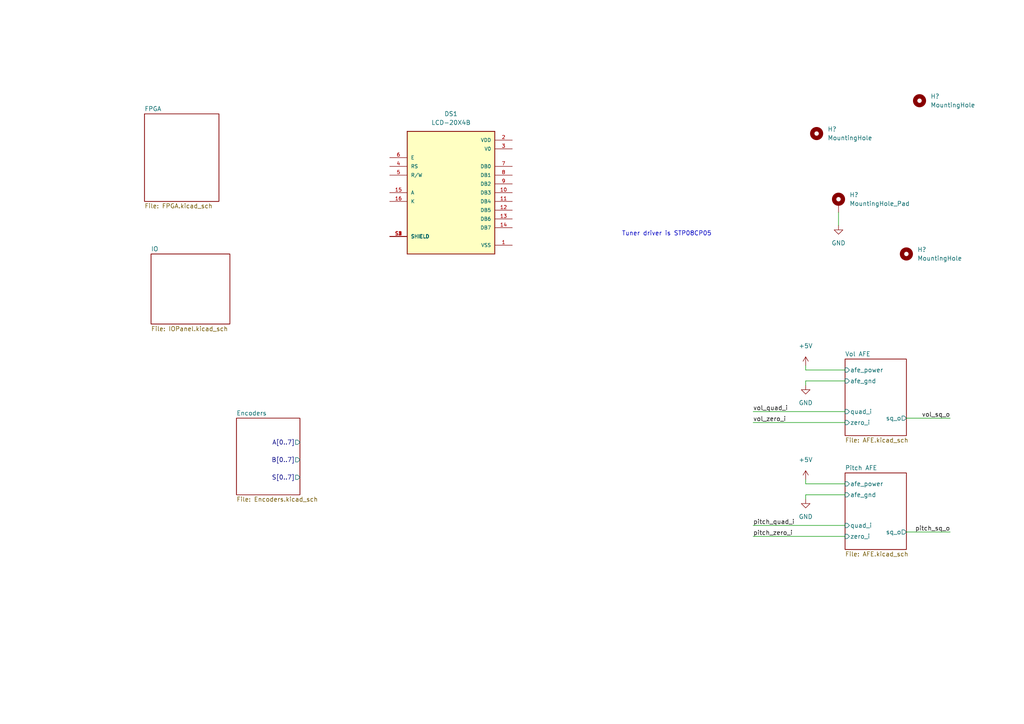
<source format=kicad_sch>
(kicad_sch (version 20211123) (generator eeschema)
  (paper "A4")
  (lib_symbols
    (symbol "LCD-20X4B:LCD-20X4B" (pin_names (offset 1.016))
      (property "Reference" "DS" (at -12.7 19.05 0))
      (property "Value" "LCD-20X4B" (at -12.7 -20.32 0))
      (symbol "LCD-20X4B_0_0"
        (rectangle (start -12.7 -17.78) (end 12.7 17.78) (stroke (width 0.254)) (fill (type background)))
        (pin power_in line (at 17.78 -15.24 180) (length 5.08) (name "VSS") (number "1"))
        (pin bidirectional line (at 17.78 0 180) (length 5.08) (name "DB3") (number "10"))
        (pin bidirectional line (at 17.78 -2.54 180) (length 5.08) (name "DB4") (number "11"))
        (pin bidirectional line (at 17.78 -5.08 180) (length 5.08) (name "DB5") (number "12"))
        (pin bidirectional line (at 17.78 -7.62 180) (length 5.08) (name "DB6") (number "13"))
        (pin bidirectional line (at 17.78 -10.16 180) (length 5.08) (name "DB7") (number "14"))
        (pin passive line (at -17.78 0 0) (length 5.08) (name "A") (number "15"))
        (pin passive line (at -17.78 -2.54 0) (length 5.08) (name "K") (number "16"))
        (pin power_in line (at 17.78 15.24 180) (length 5.08) (name "VDD") (number "2"))
        (pin power_in line (at 17.78 12.7 180) (length 5.08) (name "V0") (number "3"))
        (pin input line (at -17.78 7.62 0) (length 5.08) (name "RS") (number "4"))
        (pin input line (at -17.78 5.08 0) (length 5.08) (name "R/W") (number "5"))
        (pin input line (at -17.78 10.16 0) (length 5.08) (name "E") (number "6"))
        (pin bidirectional line (at 17.78 7.62 180) (length 5.08) (name "DB0") (number "7"))
        (pin bidirectional line (at 17.78 5.08 180) (length 5.08) (name "DB1") (number "8"))
        (pin bidirectional line (at 17.78 2.54 180) (length 5.08) (name "DB2") (number "9"))
        (pin passive line (at -17.78 -12.7 0) (length 5.08) (name "SHIELD") (number "S1"))
        (pin passive line (at -17.78 -12.7 0) (length 5.08) (name "SHIELD") (number "S2"))
        (pin passive line (at -17.78 -12.7 0) (length 5.08) (name "SHIELD") (number "S3"))
        (pin passive line (at -17.78 -12.7 0) (length 5.08) (name "SHIELD") (number "S4"))
      )
    )
    (symbol "Mechanical:MountingHole" (pin_names (offset 1.016))
      (property "Reference" "H" (at 0 5.08 0))
      (property "Value" "MountingHole" (at 0 3.175 0))
      (symbol "MountingHole_0_1"
        (circle (center 0 0) (radius 1.27) (stroke (width 1.27)))
      )
    )
    (symbol "Mechanical:MountingHole_Pad" (pin_numbers hide) (pin_names (offset 1.016) hide)
      (property "Reference" "H" (at 0 6.35 0))
      (property "Value" "MountingHole_Pad" (at 0 4.445 0))
      (symbol "MountingHole_Pad_0_1"
        (circle (center 0 1.27) (radius 1.27) (stroke (width 1.27)))
      )
      (symbol "MountingHole_Pad_1_1"
        (pin input line (at 0 -2.54 90) (length 2.54) (name "1") (number "1"))
      )
    )
    (symbol "power:+5V" (power) (pin_names (offset 0))
      (property "Value" "+5V" (at 0 3.556 0))
      (symbol "+5V_0_1"
        (polyline (pts (xy -0.762 1.27) (xy 0 2.54)))
        (polyline (pts (xy 0 0) (xy 0 2.54)))
        (polyline (pts (xy 0 2.54) (xy 0.762 1.27)))
      )
      (symbol "+5V_1_1"
        (pin power_in line (at 0 0 90) (length 0) hide (name "+5V") (number "1"))
      )
    )
    (symbol "power:GND" (power) (pin_names (offset 0))
      (property "Value" "GND" (at 0 -3.81 0))
      (symbol "GND_0_1"
        (polyline (pts (xy 0 0) (xy 0 -1.27) (xy 1.27 -1.27) (xy 0 -2.54) (xy -1.27 -1.27) (xy 0 -1.27)))
      )
      (symbol "GND_1_1"
        (pin power_in line (at 0 0 270) (length 0) hide (name "GND") (number "1"))
      )
    )
  )
  (wire (pts (xy 233.68 107.315) (xy 245.11 107.315)))
  (wire (pts (xy 233.68 111.76) (xy 233.68 110.49)))
  (wire (pts (xy 218.44 122.555) (xy 245.11 122.555)))
  (wire (pts (xy 243.205 61.595) (xy 243.205 65.405)))
  (wire (pts (xy 233.68 144.78) (xy 233.68 143.51)))
  (wire (pts (xy 262.89 154.305) (xy 275.59 154.305)))
  (wire (pts (xy 233.68 110.49) (xy 245.11 110.49)))
  (wire (pts (xy 218.44 155.575) (xy 245.11 155.575)))
  (wire (pts (xy 218.44 152.4) (xy 245.11 152.4)))
  (wire (pts (xy 233.68 106.045) (xy 233.68 107.315)))
  (wire (pts (xy 233.68 143.51) (xy 245.11 143.51)))
  (wire (pts (xy 233.68 139.065) (xy 233.68 140.335)))
  (wire (pts (xy 233.68 140.335) (xy 245.11 140.335)))
  (wire (pts (xy 262.89 121.285) (xy 275.59 121.285)))
  (wire (pts (xy 218.44 119.38) (xy 245.11 119.38)))
  (text "Tuner driver is STP08CP05" (at 180.34 68.58 0) (effects (font (size 1.27 1.27)) (justify left bottom)))
  (label "pitch_sq_o" (at 275.59 154.305 180))
  (label "vol_zero_i" (at 218.44 122.555 0))
  (label "vol_quad_i" (at 218.44 119.38 0))
  (label "pitch_zero_i" (at 218.44 155.575 0))
  (label "pitch_quad_i" (at 218.44 152.4 0))
  (label "vol_sq_o" (at 275.59 121.285 180))
  (symbol (lib_id "power:GND") (at 233.68 144.78 0) (unit 1)
    (property "Reference" "#PWR?" (effects hide))
    (property "Value" "GND" (at 233.68 149.86 0))
  )
  (symbol (lib_id "power:+5V") (at 233.68 106.045 0) (unit 1)
    (property "Reference" "#PWR?" (effects hide))
    (property "Value" "+5V" (at 233.68 100.33 0))
  )
  (symbol (lib_id "Mechanical:MountingHole") (at 262.89 73.66 0) (unit 1)
    (property "Reference" "H?" (at 266.065 72.3899 0) (effects (justify left)))
    (property "Value" "MountingHole" (at 266.065 74.9299 0) (effects (justify left)))
  )
  (symbol (lib_id "power:GND") (at 243.205 65.405 0) (unit 1)
    (property "Reference" "#PWR?" (effects hide))
    (property "Value" "GND" (at 243.205 70.485 0))
  )
  (symbol (lib_id "power:+5V") (at 233.68 139.065 0) (unit 1)
    (property "Reference" "#PWR?" (effects hide))
    (property "Value" "+5V" (at 233.68 133.35 0))
  )
  (symbol (lib_id "LCD-20X4B:LCD-20X4B") (at 130.81 55.88 0) (unit 1)
    (property "Reference" "DS1" (at 130.81 33.02 0))
    (property "Value" "LCD-20X4B" (at 130.81 35.56 0))
    (property "Footprint" "footprints:ERM2004-1" (effects hide))
    (property "PARTREV" "N/A" (effects hide))
    (property "STANDARD" "Manufacturer Recommendations" (effects hide))
    (property "MAXIMUM_PACKAGE_HEIGHT" "14 mm" (effects hide))
    (property "MANUFACTURER" "Gravitech" (effects hide))
  )
  (symbol (lib_id "Mechanical:MountingHole") (at 236.855 38.735 0) (unit 1)
    (property "Reference" "H?" (at 240.03 37.4649 0) (effects (justify left)))
    (property "Value" "MountingHole" (at 240.03 40.0049 0) (effects (justify left)))
  )
  (symbol (lib_id "power:GND") (at 233.68 111.76 0) (unit 1)
    (property "Reference" "#PWR?" (effects hide))
    (property "Value" "GND" (at 233.68 116.84 0))
  )
  (symbol (lib_id "Mechanical:MountingHole_Pad") (at 243.205 59.055 0) (unit 1)
    (property "Reference" "H?" (at 246.38 56.5149 0) (effects (justify left)))
    (property "Value" "MountingHole_Pad" (at 246.38 59.0549 0) (effects (justify left)))
  )
  (symbol (lib_id "Mechanical:MountingHole") (at 266.7 29.21 0) (unit 1)
    (property "Reference" "H?" (at 269.875 27.9399 0) (effects (justify left)))
    (property "Value" "MountingHole" (at 269.875 30.4799 0) (effects (justify left)))
  )
  (sheet (at 43.815 73.66) (size 22.86 20.32) (stroke (width 0.1524))
    (property "Sheet name" "IO" (at 43.815 72.9484 0) (effects (justify left bottom)))
    (property "Sheet file" "IOPanel.kicad_sch" (at 43.815 94.6408 0) (effects (justify left top)))
  )
  (sheet (at 245.11 104.14) (size 17.78 22.225) (stroke (width 0.1524))
    (property "Sheet name" "Vol AFE" (at 245.11 103.4284 0) (effects (justify left bottom)))
    (property "Sheet file" "AFE.kicad_sch" (at 245.11 126.9496 0) (effects (justify left top)))
    (pin "afe_power" input (at 245.11 107.315 180))
    (pin "afe_gnd" input (at 245.11 110.49 180))
    (pin "quad_i" input (at 245.11 119.38 180))
    (pin "zero_i" input (at 245.11 122.555 180))
    (pin "sq_o" output (at 262.89 121.285 0))
  )
  (sheet (at 68.58 121.285) (size 18.415 22.225) (stroke (width 0.1524))
    (property "Sheet name" "Encoders" (at 68.58 120.5734 0) (effects (justify left bottom)))
    (property "Sheet file" "Encoders.kicad_sch" (at 68.58 144.0946 0) (effects (justify left top)))
    (pin "A[0..7]" output (at 86.995 128.27 0))
    (pin "S[0..7]" output (at 86.995 138.43 0))
    (pin "B[0..7]" output (at 86.995 133.35 0))
  )
  (sheet (at 41.91 33.02) (size 21.59 25.4) (stroke (width 0.1524))
    (property "Sheet name" "FPGA" (at 41.91 32.3084 0) (effects (justify left bottom)))
    (property "Sheet file" "FPGA.kicad_sch" (at 41.91 59.0046 0) (effects (justify left top)))
  )
  (sheet (at 245.11 137.16) (size 17.78 22.225) (stroke (width 0.1524))
    (property "Sheet name" "Pitch AFE" (at 245.11 136.4484 0) (effects (justify left bottom)))
    (property "Sheet file" "AFE.kicad_sch" (at 245.11 159.9696 0) (effects (justify left top)))
    (pin "afe_power" input (at 245.11 140.335 180))
    (pin "afe_gnd" input (at 245.11 143.51 180))
    (pin "quad_i" input (at 245.11 152.4 180))
    (pin "zero_i" input (at 245.11 155.575 180))
    (pin "sq_o" output (at 262.89 154.305 0))
  )
)
</source>
